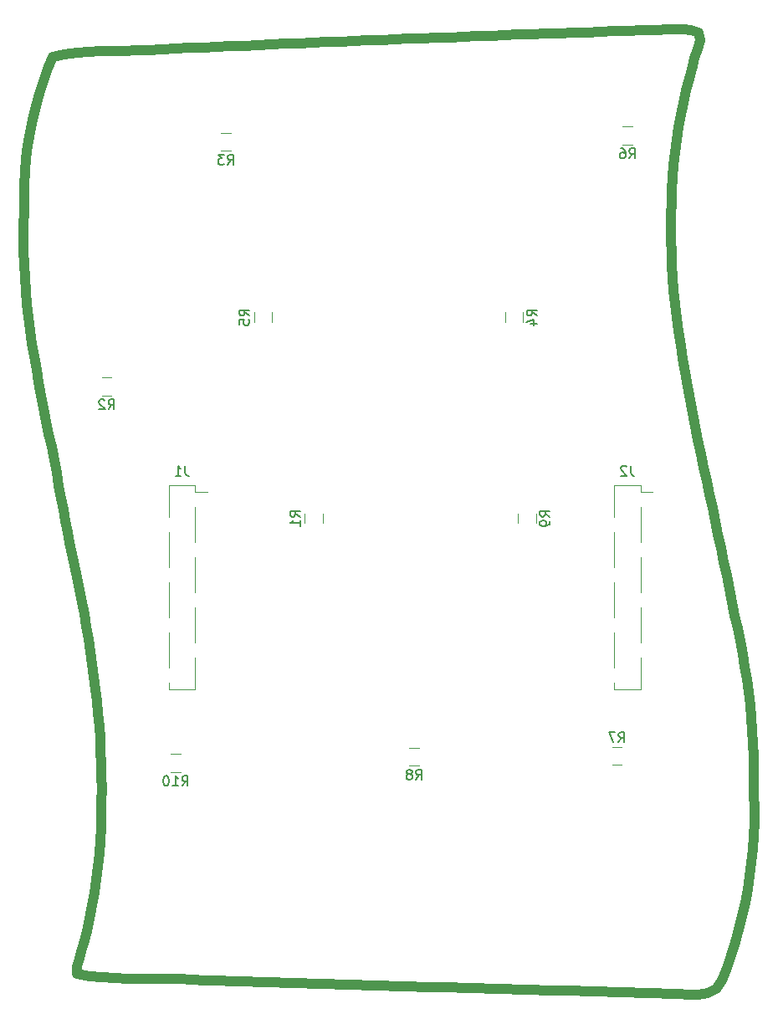
<source format=gbo>
G04 #@! TF.GenerationSoftware,KiCad,Pcbnew,(5.0.0)*
G04 #@! TF.CreationDate,2019-03-05T23:07:52-06:00*
G04 #@! TF.ProjectId,001,3030312E6B696361645F706362000000,rev?*
G04 #@! TF.SameCoordinates,Original*
G04 #@! TF.FileFunction,Legend,Bot*
G04 #@! TF.FilePolarity,Positive*
%FSLAX46Y46*%
G04 Gerber Fmt 4.6, Leading zero omitted, Abs format (unit mm)*
G04 Created by KiCad (PCBNEW (5.0.0)) date 03/05/19 23:07:52*
%MOMM*%
%LPD*%
G01*
G04 APERTURE LIST*
%ADD10C,0.120000*%
%ADD11C,1.031250*%
%ADD12C,0.150000*%
G04 APERTURE END LIST*
D10*
G04 #@! TO.C,R5*
X126590000Y-80115000D02*
X126590000Y-81115000D01*
X124770000Y-80115000D02*
X124770000Y-81115000D01*
G04 #@! TO.C,R1*
X129900000Y-100465000D02*
X129900000Y-101465000D01*
X131720000Y-100465000D02*
X131720000Y-101465000D01*
G04 #@! TO.C,J1*
X120015000Y-98300000D02*
X118805000Y-98300000D01*
X118805000Y-115060000D02*
X118805000Y-118270000D01*
X118805000Y-109980000D02*
X118805000Y-113540000D01*
X118805000Y-104900000D02*
X118805000Y-108460000D01*
X118805000Y-99820000D02*
X118805000Y-103380000D01*
X118805000Y-97630000D02*
X118805000Y-98300000D01*
X118805000Y-118270000D02*
X116145000Y-118270000D01*
X116145000Y-117600000D02*
X116145000Y-118270000D01*
X116145000Y-112520000D02*
X116145000Y-116080000D01*
X116145000Y-107440000D02*
X116145000Y-111000000D01*
X116145000Y-102360000D02*
X116145000Y-105920000D01*
X116145000Y-97630000D02*
X116145000Y-100840000D01*
X118805000Y-97630000D02*
X116145000Y-97630000D01*
G04 #@! TO.C,J2*
X163890000Y-97630000D02*
X161230000Y-97630000D01*
X161230000Y-97630000D02*
X161230000Y-100840000D01*
X161230000Y-102360000D02*
X161230000Y-105920000D01*
X161230000Y-107440000D02*
X161230000Y-111000000D01*
X161230000Y-112520000D02*
X161230000Y-116080000D01*
X161230000Y-117600000D02*
X161230000Y-118270000D01*
X163890000Y-118270000D02*
X161230000Y-118270000D01*
X163890000Y-97630000D02*
X163890000Y-98300000D01*
X163890000Y-99820000D02*
X163890000Y-103380000D01*
X163890000Y-104900000D02*
X163890000Y-108460000D01*
X163890000Y-109980000D02*
X163890000Y-113540000D01*
X163890000Y-115060000D02*
X163890000Y-118270000D01*
X165100000Y-98300000D02*
X163890000Y-98300000D01*
G04 #@! TO.C,R2*
X109355000Y-88540000D02*
X110355000Y-88540000D01*
X109355000Y-86720000D02*
X110355000Y-86720000D01*
G04 #@! TO.C,R3*
X121420000Y-63775000D02*
X122420000Y-63775000D01*
X121420000Y-61955000D02*
X122420000Y-61955000D01*
G04 #@! TO.C,R4*
X150170000Y-81115000D02*
X150170000Y-80115000D01*
X151990000Y-81115000D02*
X151990000Y-80115000D01*
G04 #@! TO.C,R6*
X162060000Y-61320000D02*
X163060000Y-61320000D01*
X162060000Y-63140000D02*
X163060000Y-63140000D01*
G04 #@! TO.C,R7*
X161993200Y-125928800D02*
X160993200Y-125928800D01*
X161993200Y-124108800D02*
X160993200Y-124108800D01*
G04 #@! TO.C,R8*
X140470000Y-126005000D02*
X141470000Y-126005000D01*
X140470000Y-124185000D02*
X141470000Y-124185000D01*
D11*
G04 #@! TO.C,U4*
X166767326Y-51492213D02*
X165380122Y-51536999D01*
X165380122Y-51536999D02*
X163992924Y-51582373D01*
X163992924Y-51582373D02*
X162605576Y-51628333D01*
X162605576Y-51628333D02*
X161218239Y-51674868D01*
X161218239Y-51674868D02*
X159830976Y-51721971D01*
X159830976Y-51721971D02*
X158443724Y-51769636D01*
X158443724Y-51769636D02*
X157056460Y-51817860D01*
X157056460Y-51817860D02*
X155669208Y-51866635D01*
X155669208Y-51866635D02*
X154281993Y-51915954D01*
X154281993Y-51915954D02*
X152894792Y-51965812D01*
X152894792Y-51965812D02*
X151507624Y-52016202D01*
X151507624Y-52016202D02*
X150120474Y-52067118D01*
X150120474Y-52067118D02*
X148733360Y-52118555D01*
X148733360Y-52118555D02*
X147346266Y-52170506D01*
X147346266Y-52170506D02*
X145959209Y-52222965D01*
X145959209Y-52222965D02*
X144572169Y-52275927D01*
X144572169Y-52275927D02*
X143185252Y-52329381D01*
X143185252Y-52329381D02*
X141798359Y-52383325D01*
X141798359Y-52383325D02*
X140411406Y-52437756D01*
X140411406Y-52437756D02*
X139024481Y-52492666D01*
X139024481Y-52492666D02*
X137637588Y-52548047D01*
X137637588Y-52548047D02*
X136250722Y-52603894D01*
X136250722Y-52603894D02*
X134863719Y-52660208D01*
X134863719Y-52660208D02*
X133476746Y-52716975D01*
X133476746Y-52716975D02*
X132089847Y-52774188D01*
X132089847Y-52774188D02*
X130702979Y-52831843D01*
X130702979Y-52831843D02*
X129316181Y-52889932D01*
X129316181Y-52889932D02*
X127929414Y-52948451D01*
X127929414Y-52948451D02*
X126542713Y-53007392D01*
X126542713Y-53007392D02*
X125156045Y-53066750D01*
X125156045Y-53066750D02*
X123769256Y-53126526D01*
X123769256Y-53126526D02*
X122382506Y-53186707D01*
X122382506Y-53186707D02*
X120995881Y-53247284D01*
X120995881Y-53247284D02*
X119609295Y-53308253D01*
X119609295Y-53308253D02*
X118222627Y-53369615D01*
X118222627Y-53369615D02*
X116835998Y-53431359D01*
X116835998Y-53431359D02*
X115449418Y-53493477D01*
X115449418Y-53493477D02*
X114062880Y-53555963D01*
X114062880Y-53555963D02*
X112855353Y-53607286D01*
X112855353Y-53607286D02*
X111644092Y-53637563D01*
X111644092Y-53637563D02*
X110433765Y-53662023D01*
X110433765Y-53662023D02*
X109224883Y-53695925D01*
X109224883Y-53695925D02*
X108014282Y-53754828D01*
X108014282Y-53754828D02*
X106810359Y-53854017D01*
X106810359Y-53854017D02*
X105610500Y-54009736D01*
X105610500Y-54009736D02*
X104422674Y-54237266D01*
X104422674Y-54237266D02*
X103902595Y-55472886D01*
X103902595Y-55472886D02*
X103436288Y-56725693D01*
X103436288Y-56725693D02*
X103021060Y-57999179D01*
X103021060Y-57999179D02*
X102657753Y-59286691D01*
X102657753Y-59286691D02*
X102344850Y-60588252D01*
X102344850Y-60588252D02*
X102081700Y-61900560D01*
X102081700Y-61900560D02*
X101867209Y-63221606D01*
X101867209Y-63221606D02*
X101700147Y-64550078D01*
X101700147Y-64550078D02*
X101579472Y-65882893D01*
X101579472Y-65882893D02*
X101503839Y-67219812D01*
X101503839Y-67219812D02*
X101472109Y-68557876D01*
X101472109Y-68557876D02*
X101483031Y-69896741D01*
X101483031Y-69896741D02*
X101454588Y-71241576D01*
X101454588Y-71241576D02*
X101447928Y-72585086D01*
X101447928Y-72585086D02*
X101464099Y-73929806D01*
X101464099Y-73929806D02*
X101504181Y-75273015D01*
X101504181Y-75273015D02*
X101569255Y-76615794D01*
X101569255Y-76615794D02*
X101660323Y-77956876D01*
X101660323Y-77956876D02*
X101778362Y-79295721D01*
X101778362Y-79295721D02*
X101924424Y-80632687D01*
X101924424Y-80632687D02*
X102099068Y-81964431D01*
X102099068Y-81964431D02*
X102303634Y-83294124D01*
X102303634Y-83294124D02*
X102514779Y-84609580D01*
X102514779Y-84609580D02*
X102740596Y-85919636D01*
X102740596Y-85919636D02*
X102979336Y-87229792D01*
X102979336Y-87229792D02*
X103227590Y-88536339D01*
X103227590Y-88536339D02*
X103483244Y-89842829D01*
X103483244Y-89842829D02*
X103743154Y-91147536D01*
X103743154Y-91147536D02*
X104004887Y-92452493D01*
X104004887Y-92452493D02*
X104265564Y-93757508D01*
X104265564Y-93757508D02*
X104522423Y-95062950D01*
X104522423Y-95062950D02*
X104772915Y-96370293D01*
X104772915Y-96370293D02*
X105013984Y-97678221D01*
X105013984Y-97678221D02*
X105243419Y-98989883D01*
X105243419Y-98989883D02*
X105471835Y-100110711D01*
X105471835Y-100110711D02*
X105685190Y-101232627D01*
X105685190Y-101232627D02*
X105895177Y-102355913D01*
X105895177Y-102355913D02*
X106112985Y-103477984D01*
X106112985Y-103477984D02*
X106349352Y-104594407D01*
X106349352Y-104594407D02*
X106616263Y-105707330D01*
X106616263Y-105707330D02*
X106873794Y-106951078D01*
X106873794Y-106951078D02*
X107122974Y-108196968D01*
X107122974Y-108196968D02*
X107362925Y-109444336D01*
X107362925Y-109444336D02*
X107593009Y-110693717D01*
X107593009Y-110693717D02*
X107812471Y-111945079D01*
X107812471Y-111945079D02*
X108020539Y-113198321D01*
X108020539Y-113198321D02*
X108216497Y-114453691D01*
X108216497Y-114453691D02*
X108399530Y-115710804D01*
X108399530Y-115710804D02*
X108568931Y-116970032D01*
X108568931Y-116970032D02*
X108723871Y-118230877D01*
X108723871Y-118230877D02*
X108863624Y-119493657D01*
X108863624Y-119493657D02*
X108987379Y-120757925D01*
X108987379Y-120757925D02*
X109094381Y-122023785D01*
X109094381Y-122023785D02*
X109183851Y-123291003D01*
X109183851Y-123291003D02*
X109255007Y-124559171D01*
X109255007Y-124559171D02*
X109307108Y-125828561D01*
X109307108Y-125828561D02*
X109339372Y-127098059D01*
X109339372Y-127098059D02*
X109351084Y-128368646D01*
X109351084Y-128368646D02*
X109341517Y-129638395D01*
X109341517Y-129638395D02*
X109309948Y-130909095D01*
X109309948Y-130909095D02*
X109272169Y-132236710D01*
X109272169Y-132236710D02*
X109199144Y-133563237D01*
X109199144Y-133563237D02*
X109092792Y-134886915D01*
X109092792Y-134886915D02*
X108954887Y-136208170D01*
X108954887Y-136208170D02*
X108787331Y-137525690D01*
X108787331Y-137525690D02*
X108591881Y-138839457D01*
X108591881Y-138839457D02*
X108370235Y-140149437D01*
X108370235Y-140149437D02*
X108124304Y-141454322D01*
X108124304Y-141454322D02*
X107855354Y-142755979D01*
X107855354Y-142755979D02*
X107565673Y-144051179D01*
X107565673Y-144051179D02*
X107310646Y-144781948D01*
X107310646Y-144781948D02*
X107058700Y-145532242D01*
X107058700Y-145532242D02*
X106867489Y-146308751D01*
X106867489Y-146308751D02*
X106812713Y-147070737D01*
X106812713Y-147070737D02*
X108098983Y-147274089D01*
X108098983Y-147274089D02*
X109391705Y-147410795D01*
X109391705Y-147410795D02*
X110689320Y-147494268D01*
X110689320Y-147494268D02*
X111991146Y-147537989D01*
X111991146Y-147537989D02*
X113291429Y-147555346D01*
X113291429Y-147555346D02*
X114593681Y-147559862D01*
X114593681Y-147559862D02*
X115895163Y-147564772D01*
X115895163Y-147564772D02*
X117196405Y-147583343D01*
X117196405Y-147583343D02*
X118496935Y-147628837D01*
X118496935Y-147628837D02*
X119795022Y-147714497D01*
X119795022Y-147714497D02*
X121175447Y-147763829D01*
X121175447Y-147763829D02*
X122555940Y-147811748D01*
X122555940Y-147811748D02*
X123936306Y-147858323D01*
X123936306Y-147858323D02*
X125316731Y-147903648D01*
X125316731Y-147903648D02*
X126697173Y-147947801D01*
X126697173Y-147947801D02*
X128077666Y-147990866D01*
X128077666Y-147990866D02*
X129458314Y-148032928D01*
X129458314Y-148032928D02*
X130839010Y-148074068D01*
X130839010Y-148074068D02*
X132219686Y-148114363D01*
X132219686Y-148114363D02*
X133600402Y-148153900D01*
X133600402Y-148153900D02*
X134981095Y-148192759D01*
X134981095Y-148192759D02*
X136361816Y-148231020D01*
X136361816Y-148231020D02*
X137742428Y-148268764D01*
X137742428Y-148268764D02*
X139123064Y-148306080D01*
X139123064Y-148306080D02*
X140503760Y-148343045D01*
X140503760Y-148343045D02*
X141884473Y-148379745D01*
X141884473Y-148379745D02*
X143265150Y-148416259D01*
X143265150Y-148416259D02*
X144645840Y-148452669D01*
X144645840Y-148452669D02*
X146026488Y-148489056D01*
X146026488Y-148489056D02*
X147407142Y-148525505D01*
X147407142Y-148525505D02*
X148787753Y-148562098D01*
X148787753Y-148562098D02*
X150168361Y-148598914D01*
X150168361Y-148598914D02*
X151548928Y-148636037D01*
X151548928Y-148636037D02*
X152929485Y-148673550D01*
X152929485Y-148673550D02*
X154310215Y-148711540D01*
X154310215Y-148711540D02*
X155690931Y-148750083D01*
X155690931Y-148750083D02*
X157071517Y-148789258D01*
X157071517Y-148789258D02*
X158452080Y-148829150D01*
X158452080Y-148829150D02*
X159832534Y-148869841D01*
X159832534Y-148869841D02*
X161212956Y-148911413D01*
X161212956Y-148911413D02*
X162593471Y-148953949D01*
X162593471Y-148953949D02*
X163973947Y-148997535D01*
X163973947Y-148997535D02*
X165354383Y-149042245D01*
X165354383Y-149042245D02*
X166734775Y-149088168D01*
X166734775Y-149088168D02*
X167683301Y-149075327D01*
X167683301Y-149075327D02*
X168720662Y-149137007D01*
X168720662Y-149137007D02*
X169743658Y-149155944D01*
X169743658Y-149155944D02*
X170697242Y-149022315D01*
X170697242Y-149022315D02*
X171538417Y-148598058D01*
X171538417Y-148598058D02*
X172131721Y-147757536D01*
X172131721Y-147757536D02*
X172609230Y-146471294D01*
X172609230Y-146471294D02*
X173052480Y-145172538D01*
X173052480Y-145172538D02*
X173460536Y-143862344D01*
X173460536Y-143862344D02*
X173832528Y-142541595D01*
X173832528Y-142541595D02*
X174167706Y-141210612D01*
X174167706Y-141210612D02*
X174464977Y-139871016D01*
X174464977Y-139871016D02*
X174723563Y-138523047D01*
X174723563Y-138523047D02*
X174942384Y-137168417D01*
X174942384Y-137168417D02*
X175120556Y-135807883D01*
X175120556Y-135807883D02*
X175257138Y-134442650D01*
X175257138Y-134442650D02*
X175351208Y-133073861D01*
X175351208Y-133073861D02*
X175401884Y-131702334D01*
X175401884Y-131702334D02*
X175408262Y-130330725D01*
X175408262Y-130330725D02*
X175369550Y-128958338D01*
X175369550Y-128958338D02*
X175377339Y-127652792D01*
X175377339Y-127652792D02*
X175363538Y-126349281D01*
X175363538Y-126349281D02*
X175327837Y-125044489D01*
X175327837Y-125044489D02*
X175270055Y-123741934D01*
X175270055Y-123741934D02*
X175189842Y-122439428D01*
X175189842Y-122439428D02*
X175087102Y-121139360D01*
X175087102Y-121139360D02*
X174961501Y-119840523D01*
X174961501Y-119840523D02*
X174812954Y-118544324D01*
X174812954Y-118544324D02*
X174641334Y-117251334D01*
X174641334Y-117251334D02*
X174446409Y-115961172D01*
X174446409Y-115961172D02*
X174228254Y-114675430D01*
X174228254Y-114675430D02*
X173986477Y-113392704D01*
X173986477Y-113392704D02*
X173721564Y-112116210D01*
X173721564Y-112116210D02*
X173432769Y-110842908D01*
X173432769Y-110842908D02*
X173166387Y-109472116D01*
X173166387Y-109472116D02*
X172892135Y-108101870D01*
X172892135Y-108101870D02*
X172611558Y-106733863D01*
X172611558Y-106733863D02*
X172325453Y-105366112D01*
X172325453Y-105366112D02*
X172035325Y-104000081D01*
X172035325Y-104000081D02*
X171741992Y-102634012D01*
X171741992Y-102634012D02*
X171446872Y-101268954D01*
X171446872Y-101268954D02*
X171150861Y-99903566D01*
X171150861Y-99903566D02*
X170855275Y-98538468D01*
X170855275Y-98538468D02*
X170561101Y-97172755D01*
X170561101Y-97172755D02*
X170269580Y-95806698D01*
X170269580Y-95806698D02*
X169981769Y-94439732D01*
X169981769Y-94439732D02*
X169698825Y-93071748D01*
X169698825Y-93071748D02*
X169421888Y-91702567D01*
X169421888Y-91702567D02*
X169152118Y-90332066D01*
X169152118Y-90332066D02*
X168890653Y-88960077D01*
X168890653Y-88960077D02*
X168638586Y-87586130D01*
X168638586Y-87586130D02*
X168397131Y-86210405D01*
X168397131Y-86210405D02*
X168167408Y-84832559D01*
X168167408Y-84832559D02*
X167950599Y-83452645D01*
X167950599Y-83452645D02*
X167747902Y-82070813D01*
X167747902Y-82070813D02*
X167560410Y-80686622D01*
X167560410Y-80686622D02*
X167389364Y-79300606D01*
X167389364Y-79300606D02*
X167235806Y-77911945D01*
X167235806Y-77911945D02*
X167148639Y-76642088D01*
X167148639Y-76642088D02*
X167077875Y-75369973D01*
X167077875Y-75369973D02*
X167024772Y-74097796D01*
X167024772Y-74097796D02*
X166990423Y-72824539D01*
X166990423Y-72824539D02*
X166976029Y-71551026D01*
X166976029Y-71551026D02*
X166982774Y-70277603D01*
X166982774Y-70277603D02*
X167011855Y-69004317D01*
X167011855Y-69004317D02*
X167064481Y-67732293D01*
X167064481Y-67732293D02*
X167141942Y-66460721D01*
X167141942Y-66460721D02*
X167245394Y-65191588D01*
X167245394Y-65191588D02*
X167376150Y-63924517D01*
X167376150Y-63924517D02*
X167535340Y-62661067D01*
X167535340Y-62661067D02*
X167724161Y-61401877D01*
X167724161Y-61401877D02*
X167943815Y-60147485D01*
X167943815Y-60147485D02*
X168195266Y-58899620D01*
X168195266Y-58899620D02*
X168479893Y-57657720D01*
X168479893Y-57657720D02*
X168797912Y-56425975D01*
X168797912Y-56425975D02*
X169151297Y-55201325D01*
X169151297Y-55201325D02*
X169372020Y-54369513D01*
X169372020Y-54369513D02*
X169680308Y-53503280D01*
X169680308Y-53503280D02*
X169881087Y-52610126D01*
X169881087Y-52610126D02*
X169741096Y-51768356D01*
X169741096Y-51768356D02*
X169022028Y-51564864D01*
X169022028Y-51564864D02*
X168270950Y-51498307D01*
X168270950Y-51498307D02*
X167513773Y-51497602D01*
X167513773Y-51497602D02*
X166767289Y-51492205D01*
X166767289Y-51492205D02*
X166767326Y-51492213D01*
D10*
G04 #@! TO.C,R9*
X151490000Y-101465000D02*
X151490000Y-100465000D01*
X153310000Y-101465000D02*
X153310000Y-100465000D01*
G04 #@! TO.C,R10*
X116340000Y-126640000D02*
X117340000Y-126640000D01*
X116340000Y-124820000D02*
X117340000Y-124820000D01*
G04 #@! TO.C,R5*
D12*
X124282380Y-80448333D02*
X123806190Y-80115000D01*
X124282380Y-79876904D02*
X123282380Y-79876904D01*
X123282380Y-80257857D01*
X123330000Y-80353095D01*
X123377619Y-80400714D01*
X123472857Y-80448333D01*
X123615714Y-80448333D01*
X123710952Y-80400714D01*
X123758571Y-80353095D01*
X123806190Y-80257857D01*
X123806190Y-79876904D01*
X123282380Y-81353095D02*
X123282380Y-80876904D01*
X123758571Y-80829285D01*
X123710952Y-80876904D01*
X123663333Y-80972142D01*
X123663333Y-81210238D01*
X123710952Y-81305476D01*
X123758571Y-81353095D01*
X123853809Y-81400714D01*
X124091904Y-81400714D01*
X124187142Y-81353095D01*
X124234761Y-81305476D01*
X124282380Y-81210238D01*
X124282380Y-80972142D01*
X124234761Y-80876904D01*
X124187142Y-80829285D01*
G04 #@! TO.C,R1*
X129412380Y-100798333D02*
X128936190Y-100465000D01*
X129412380Y-100226904D02*
X128412380Y-100226904D01*
X128412380Y-100607857D01*
X128460000Y-100703095D01*
X128507619Y-100750714D01*
X128602857Y-100798333D01*
X128745714Y-100798333D01*
X128840952Y-100750714D01*
X128888571Y-100703095D01*
X128936190Y-100607857D01*
X128936190Y-100226904D01*
X129412380Y-101750714D02*
X129412380Y-101179285D01*
X129412380Y-101465000D02*
X128412380Y-101465000D01*
X128555238Y-101369761D01*
X128650476Y-101274523D01*
X128698095Y-101179285D01*
G04 #@! TO.C,J1*
X117808333Y-95642380D02*
X117808333Y-96356666D01*
X117855952Y-96499523D01*
X117951190Y-96594761D01*
X118094047Y-96642380D01*
X118189285Y-96642380D01*
X116808333Y-96642380D02*
X117379761Y-96642380D01*
X117094047Y-96642380D02*
X117094047Y-95642380D01*
X117189285Y-95785238D01*
X117284523Y-95880476D01*
X117379761Y-95928095D01*
G04 #@! TO.C,J2*
X162893333Y-95642380D02*
X162893333Y-96356666D01*
X162940952Y-96499523D01*
X163036190Y-96594761D01*
X163179047Y-96642380D01*
X163274285Y-96642380D01*
X162464761Y-95737619D02*
X162417142Y-95690000D01*
X162321904Y-95642380D01*
X162083809Y-95642380D01*
X161988571Y-95690000D01*
X161940952Y-95737619D01*
X161893333Y-95832857D01*
X161893333Y-95928095D01*
X161940952Y-96070952D01*
X162512380Y-96642380D01*
X161893333Y-96642380D01*
G04 #@! TO.C,R2*
X110021666Y-89932380D02*
X110355000Y-89456190D01*
X110593095Y-89932380D02*
X110593095Y-88932380D01*
X110212142Y-88932380D01*
X110116904Y-88980000D01*
X110069285Y-89027619D01*
X110021666Y-89122857D01*
X110021666Y-89265714D01*
X110069285Y-89360952D01*
X110116904Y-89408571D01*
X110212142Y-89456190D01*
X110593095Y-89456190D01*
X109640714Y-89027619D02*
X109593095Y-88980000D01*
X109497857Y-88932380D01*
X109259761Y-88932380D01*
X109164523Y-88980000D01*
X109116904Y-89027619D01*
X109069285Y-89122857D01*
X109069285Y-89218095D01*
X109116904Y-89360952D01*
X109688333Y-89932380D01*
X109069285Y-89932380D01*
G04 #@! TO.C,R3*
X122086666Y-65167380D02*
X122420000Y-64691190D01*
X122658095Y-65167380D02*
X122658095Y-64167380D01*
X122277142Y-64167380D01*
X122181904Y-64215000D01*
X122134285Y-64262619D01*
X122086666Y-64357857D01*
X122086666Y-64500714D01*
X122134285Y-64595952D01*
X122181904Y-64643571D01*
X122277142Y-64691190D01*
X122658095Y-64691190D01*
X121753333Y-64167380D02*
X121134285Y-64167380D01*
X121467619Y-64548333D01*
X121324761Y-64548333D01*
X121229523Y-64595952D01*
X121181904Y-64643571D01*
X121134285Y-64738809D01*
X121134285Y-64976904D01*
X121181904Y-65072142D01*
X121229523Y-65119761D01*
X121324761Y-65167380D01*
X121610476Y-65167380D01*
X121705714Y-65119761D01*
X121753333Y-65072142D01*
G04 #@! TO.C,R4*
X153382380Y-80448333D02*
X152906190Y-80115000D01*
X153382380Y-79876904D02*
X152382380Y-79876904D01*
X152382380Y-80257857D01*
X152430000Y-80353095D01*
X152477619Y-80400714D01*
X152572857Y-80448333D01*
X152715714Y-80448333D01*
X152810952Y-80400714D01*
X152858571Y-80353095D01*
X152906190Y-80257857D01*
X152906190Y-79876904D01*
X152715714Y-81305476D02*
X153382380Y-81305476D01*
X152334761Y-81067380D02*
X153049047Y-80829285D01*
X153049047Y-81448333D01*
G04 #@! TO.C,R6*
X162726666Y-64532380D02*
X163060000Y-64056190D01*
X163298095Y-64532380D02*
X163298095Y-63532380D01*
X162917142Y-63532380D01*
X162821904Y-63580000D01*
X162774285Y-63627619D01*
X162726666Y-63722857D01*
X162726666Y-63865714D01*
X162774285Y-63960952D01*
X162821904Y-64008571D01*
X162917142Y-64056190D01*
X163298095Y-64056190D01*
X161869523Y-63532380D02*
X162060000Y-63532380D01*
X162155238Y-63580000D01*
X162202857Y-63627619D01*
X162298095Y-63770476D01*
X162345714Y-63960952D01*
X162345714Y-64341904D01*
X162298095Y-64437142D01*
X162250476Y-64484761D01*
X162155238Y-64532380D01*
X161964761Y-64532380D01*
X161869523Y-64484761D01*
X161821904Y-64437142D01*
X161774285Y-64341904D01*
X161774285Y-64103809D01*
X161821904Y-64008571D01*
X161869523Y-63960952D01*
X161964761Y-63913333D01*
X162155238Y-63913333D01*
X162250476Y-63960952D01*
X162298095Y-64008571D01*
X162345714Y-64103809D01*
G04 #@! TO.C,R7*
X161659866Y-123621180D02*
X161993200Y-123144990D01*
X162231295Y-123621180D02*
X162231295Y-122621180D01*
X161850342Y-122621180D01*
X161755104Y-122668800D01*
X161707485Y-122716419D01*
X161659866Y-122811657D01*
X161659866Y-122954514D01*
X161707485Y-123049752D01*
X161755104Y-123097371D01*
X161850342Y-123144990D01*
X162231295Y-123144990D01*
X161326533Y-122621180D02*
X160659866Y-122621180D01*
X161088438Y-123621180D01*
G04 #@! TO.C,R8*
X141136666Y-127397380D02*
X141470000Y-126921190D01*
X141708095Y-127397380D02*
X141708095Y-126397380D01*
X141327142Y-126397380D01*
X141231904Y-126445000D01*
X141184285Y-126492619D01*
X141136666Y-126587857D01*
X141136666Y-126730714D01*
X141184285Y-126825952D01*
X141231904Y-126873571D01*
X141327142Y-126921190D01*
X141708095Y-126921190D01*
X140565238Y-126825952D02*
X140660476Y-126778333D01*
X140708095Y-126730714D01*
X140755714Y-126635476D01*
X140755714Y-126587857D01*
X140708095Y-126492619D01*
X140660476Y-126445000D01*
X140565238Y-126397380D01*
X140374761Y-126397380D01*
X140279523Y-126445000D01*
X140231904Y-126492619D01*
X140184285Y-126587857D01*
X140184285Y-126635476D01*
X140231904Y-126730714D01*
X140279523Y-126778333D01*
X140374761Y-126825952D01*
X140565238Y-126825952D01*
X140660476Y-126873571D01*
X140708095Y-126921190D01*
X140755714Y-127016428D01*
X140755714Y-127206904D01*
X140708095Y-127302142D01*
X140660476Y-127349761D01*
X140565238Y-127397380D01*
X140374761Y-127397380D01*
X140279523Y-127349761D01*
X140231904Y-127302142D01*
X140184285Y-127206904D01*
X140184285Y-127016428D01*
X140231904Y-126921190D01*
X140279523Y-126873571D01*
X140374761Y-126825952D01*
G04 #@! TO.C,R9*
X154702380Y-100798333D02*
X154226190Y-100465000D01*
X154702380Y-100226904D02*
X153702380Y-100226904D01*
X153702380Y-100607857D01*
X153750000Y-100703095D01*
X153797619Y-100750714D01*
X153892857Y-100798333D01*
X154035714Y-100798333D01*
X154130952Y-100750714D01*
X154178571Y-100703095D01*
X154226190Y-100607857D01*
X154226190Y-100226904D01*
X154702380Y-101274523D02*
X154702380Y-101465000D01*
X154654761Y-101560238D01*
X154607142Y-101607857D01*
X154464285Y-101703095D01*
X154273809Y-101750714D01*
X153892857Y-101750714D01*
X153797619Y-101703095D01*
X153750000Y-101655476D01*
X153702380Y-101560238D01*
X153702380Y-101369761D01*
X153750000Y-101274523D01*
X153797619Y-101226904D01*
X153892857Y-101179285D01*
X154130952Y-101179285D01*
X154226190Y-101226904D01*
X154273809Y-101274523D01*
X154321428Y-101369761D01*
X154321428Y-101560238D01*
X154273809Y-101655476D01*
X154226190Y-101703095D01*
X154130952Y-101750714D01*
G04 #@! TO.C,R10*
X117482857Y-128032380D02*
X117816190Y-127556190D01*
X118054285Y-128032380D02*
X118054285Y-127032380D01*
X117673333Y-127032380D01*
X117578095Y-127080000D01*
X117530476Y-127127619D01*
X117482857Y-127222857D01*
X117482857Y-127365714D01*
X117530476Y-127460952D01*
X117578095Y-127508571D01*
X117673333Y-127556190D01*
X118054285Y-127556190D01*
X116530476Y-128032380D02*
X117101904Y-128032380D01*
X116816190Y-128032380D02*
X116816190Y-127032380D01*
X116911428Y-127175238D01*
X117006666Y-127270476D01*
X117101904Y-127318095D01*
X115911428Y-127032380D02*
X115816190Y-127032380D01*
X115720952Y-127080000D01*
X115673333Y-127127619D01*
X115625714Y-127222857D01*
X115578095Y-127413333D01*
X115578095Y-127651428D01*
X115625714Y-127841904D01*
X115673333Y-127937142D01*
X115720952Y-127984761D01*
X115816190Y-128032380D01*
X115911428Y-128032380D01*
X116006666Y-127984761D01*
X116054285Y-127937142D01*
X116101904Y-127841904D01*
X116149523Y-127651428D01*
X116149523Y-127413333D01*
X116101904Y-127222857D01*
X116054285Y-127127619D01*
X116006666Y-127080000D01*
X115911428Y-127032380D01*
G04 #@! TD*
M02*

</source>
